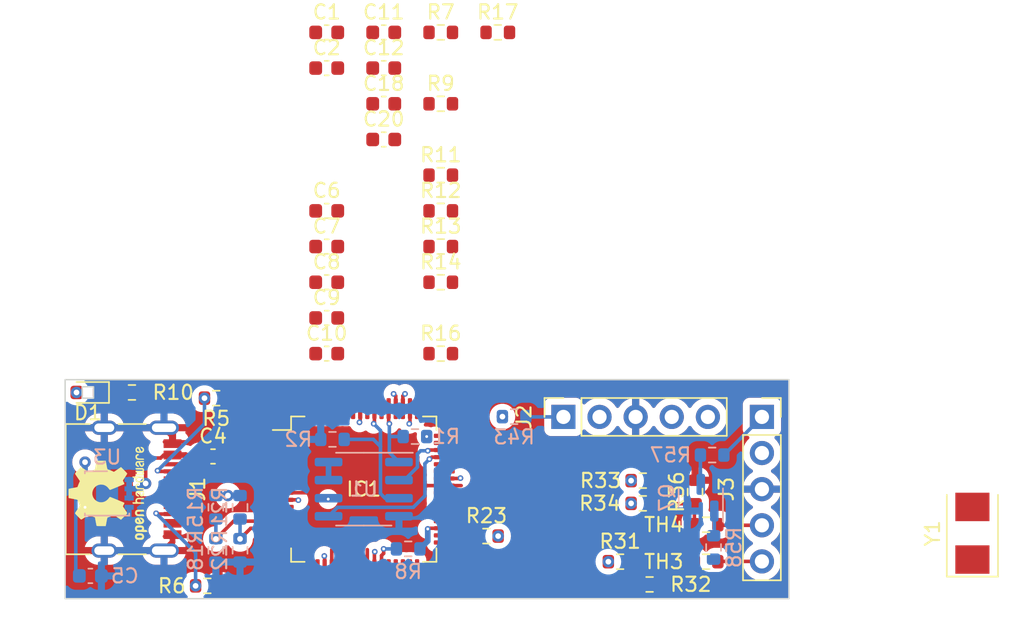
<source format=kicad_pcb>
(kicad_pcb (version 20221018) (generator pcbnew)
  (layers (0 "F.Cu" signal) (1 "In1.Cu" signal) (2 "In2.Cu" signal) (31 "B.Cu" signal) (34 "B.Paste" user) (35 "F.Paste" user) (36 "B.SilkS" user "B.Silkscreen") (37 "F.SilkS" user "F.Silkscreen") (38 "B.Mask" user) (39 "F.Mask" user) (44 "Edge.Cuts" user))
  (net 0 "")
  (net 2 "D-")
  (net 3 "D+")
  (net 11 "MICRO_PGC")
  (net 15 "UTIL_CS1")
  (net 17 "UTIL_WP1")
  (net 18 "Net-(IC1-VCAP{slash}VDDCORE)")
  (net 19 "+3.3V")
  (net 25 "VBUS")
  (net 26 "Net-(J1-CC1)")
  (net 28 "Net-(J1-CC2)")
  (net 30 "UTIL_MOSI")
  (net 31 "UTIL_MISO")
  (net 32 "UTIL_SCLK")
  (net 34 "VPP_GND")
  (net 35 "MICRO_PGD")
  (net 39 "Net-(IC1-~{MCLR})")
  (net 41 "Net-(IC1-PMD3{slash}CN61{slash}RE3)")
  (net 42 "VPP_FBACK")
  (net 43 "VDD_FBACK")
  (net 44 "Net-(IC1-PMD4{slash}CN62{slash}RE4)")
  (net 45 "MCLR")
  (net 46 "Net-(U3-Cdelay)")
  (net 47 "Net-(D1-K)")
  (net 48 "MICRO_~{MCLR}")
  (net 49 "POWER_GOOD")
  (net 50 "VBUS_DEVICE")
  (net 51 "Net-(R31-Pad2)")
  (net 52 "Net-(R33-Pad2)")
  (net 54 "/VREF_2.5V")
  (net 56 "DBG_TX1")
  (net 57 "DBG_RX1")
  (net 60 "SCLK")
  (net 61 "ICSP_CLK")
  (net 62 "MISO")
  (net 63 "MOSI")
  (net 64 "ICSP_DAT")
  (net 65 "Net-(Q7-C)")
  (net 66 "Net-(Q7-B)")
  (net 67 "GND")
  (net 68 "/XOSC_-")
  (net 69 "/XOSC_+")
  (footprint "Connector_PinSocket_2.54mm:PinSocket_1x05_P2.54mm_Vertical" (layer "F.Cu") (at 193.2 73.62)
    (fp_text reference "J3" (at -2.5 5.08 90) (layer "F.SilkS"))
    (fp_text value "Conn_01x05")
    (pad "1" thru_hole rect (at 0 0) (size 1.7 1.7) (drill 1) (layers "*.Cu" "*.Mask") (net 45 "MCLR"))
    (pad "2" thru_hole oval (at 0 2.54) (size 1.7 1.7) (drill 1) (layers "*.Cu" "*.Mask") (net 19 "+3.3V"))
    (pad "3" thru_hole oval (at 0 5.08) (size 1.7 1.7) (drill 1) (layers "*.Cu" "*.Mask") (net 67 "GND"))
    (pad "4" thru_hole oval (at 0 7.62) (size 1.7 1.7) (drill 1) (layers "*.Cu" "*.Mask") (net 64 "ICSP_DAT"))
    (pad "5" thru_hole oval (at 0 10.16) (size 1.7 1.7) (drill 1) (layers "*.Cu" "*.Mask") (net 61 "ICSP_CLK"))
  )
  (footprint "Resistor_SMD:R_0603_1608Metric" (layer "F.Cu") (at 188.5 78.9 -90)
    (fp_text reference "R36" (at 0 1.3 90) (layer "F.SilkS"))
    (fp_text value "4.7k")
    (pad "1" smd roundrect (at -0.825 0 270) (size 0.8 0.95) (layers "F.Cu" "F.Paste" "F.Mask") (net 67 "GND"))
    (pad "2" smd roundrect (at 0.825 0 270) (size 0.8 0.95) (layers "F.Cu" "F.Paste" "F.Mask") (net 52 "Net-(R33-Pad2)"))
  )
  (footprint "Capacitor_SMD:C_0603_1608Metric" (layer "F.Cu") (at 162.595 59.13)
    (fp_text reference "C6" (at 0 -1.43) (layer "F.SilkS"))
    (fp_text value "0.1uF")
    (pad "1" smd roundrect (at -0.775 0) (size 0.9 0.95) (layers "F.Cu" "F.Paste" "F.Mask") (net 19 "+3.3V"))
    (pad "2" smd roundrect (at 0.775 0) (size 0.9 0.95) (layers "F.Cu" "F.Paste" "F.Mask") (net 67 "GND"))
  )
  (footprint "Resistor_SMD:R_0603_1608Metric" (layer "F.Cu") (at 184.825 79.7)
    (fp_text reference "R34" (at -3.025 0) (layer "F.SilkS"))
    (fp_text value "330")
    (pad "1" smd roundrect (at -0.825 0) (size 0.8 0.95) (layers "F.Cu" "F.Paste" "F.Mask") (net 63 "MOSI"))
    (pad "2" smd roundrect (at 0.825 0) (size 0.8 0.95) (layers "F.Cu" "F.Paste" "F.Mask") (net 52 "Net-(R33-Pad2)"))
  )
  (footprint "Capacitor_SMD:C_0603_1608Metric" (layer "F.Cu") (at 162.595 66.66)
    (fp_text reference "C9" (at 0 -1.43) (layer "F.SilkS"))
    (fp_text value "22pF")
    (pad "1" smd roundrect (at -0.775 0) (size 0.9 0.95) (layers "F.Cu" "F.Paste" "F.Mask") (net 69 "/XOSC_+"))
    (pad "2" smd roundrect (at 0.775 0) (size 0.9 0.95) (layers "F.Cu" "F.Paste" "F.Mask") (net 67 "GND"))
  )
  (footprint "Connector_PinSocket_2.54mm:PinSocket_1x05_P2.54mm_Vertical" (layer "F.Cu") (at 179.24 73.62 90)
    (fp_text reference "J2" (at 0 -2.77 90) (layer "F.SilkS"))
    (fp_text value "Conn_01x05")
    (pad "1" thru_hole rect (at 0 0 90) (size 1.7 1.7) (drill 1) (layers "*.Cu" "*.Mask") (net 48 "MICRO_~{MCLR}"))
    (pad "2" thru_hole oval (at 0 2.54 90) (size 1.7 1.7) (drill 1) (layers "*.Cu" "*.Mask") (net 19 "+3.3V"))
    (pad "3" thru_hole oval (at 0 5.08 90) (size 1.7 1.7) (drill 1) (layers "*.Cu" "*.Mask") (net 67 "GND"))
    (pad "4" thru_hole oval (at 0 7.62 90) (size 1.7 1.7) (drill 1) (layers "*.Cu" "*.Mask") (net 35 "MICRO_PGD"))
    (pad "5" thru_hole oval (at 0 10.16 90) (size 1.7 1.7) (drill 1) (layers "*.Cu" "*.Mask") (net 11 "MICRO_PGC"))
  )
  (footprint "Resistor_SMD:R_0603_1608Metric" (layer "F.Cu") (at 170.615 51.6)
    (fp_text reference "R9" (at 0 -1.43) (layer "F.SilkS"))
    (fp_text value "2.2k")
    (pad "1" smd roundrect (at -0.825 0) (size 0.8 0.95) (layers "F.Cu" "F.Paste" "F.Mask") (net 19 "+3.3V"))
    (pad "2" smd roundrect (at 0.825 0) (size 0.8 0.95) (layers "F.Cu" "F.Paste" "F.Mask") (net 67 "GND"))
  )
  (footprint "Capacitor_SMD:C_0603_1608Metric" (layer "F.Cu") (at 162.595 61.64)
    (fp_text reference "C7" (at 0 -1.43) (layer "F.SilkS"))
    (fp_text value "2.2uF")
    (pad "1" smd roundrect (at -0.775 0) (size 0.9 0.95) (layers "F.Cu" "F.Paste" "F.Mask") (net 19 "+3.3V"))
    (pad "2" smd roundrect (at 0.775 0) (size 0.9 0.95) (layers "F.Cu" "F.Paste" "F.Mask") (net 67 "GND"))
  )
  (footprint "Resistor_SMD:R_0603_1608Metric" (layer "F.Cu") (at 189.275 81.2 180)
    (fp_text reference "TH4" (at 2.975 0) (layer "F.SilkS"))
    (fp_text value "MICROSMD005F")
    (pad "1" smd roundrect (at -0.825 0 180) (size 0.8 0.95) (layers "F.Cu" "F.Paste" "F.Mask") (net 64 "ICSP_DAT"))
    (pad "2" smd roundrect (at 0.825 0 180) (size 0.8 0.95) (layers "F.Cu" "F.Paste" "F.Mask") (net 52 "Net-(R33-Pad2)"))
  )
  (footprint "Resistor_SMD:R_0603_1608Metric" (layer "F.Cu") (at 148.9 71.9)
    (fp_text reference "R10" (at 2.9 0) (layer "F.SilkS"))
    (fp_text value "330")
    (pad "1" smd roundrect (at -0.825 0) (size 0.8 0.95) (layers "F.Cu" "F.Paste" "F.Mask") (net 47 "Net-(D1-K)"))
    (pad "2" smd roundrect (at 0.825 0) (size 0.8 0.95) (layers "F.Cu" "F.Paste" "F.Mask") (net 67 "GND"))
  )
  (footprint "Resistor_SMD:R_0603_1608Metric" (layer "F.Cu") (at 173.825 82)
    (fp_text reference "R23" (at 0 -1.43) (layer "F.SilkS"))
    (fp_text value "100")
    (pad "1" smd roundrect (at -0.825 0) (size 0.8 0.95) (layers "F.Cu" "F.Paste" "F.Mask") (net 50 "VBUS_DEVICE"))
    (pad "2" smd roundrect (at 0.825 0) (size 0.8 0.95) (layers "F.Cu" "F.Paste" "F.Mask") (net 25 "VBUS"))
  )
  (footprint "Symbol:OSHW-Logo2_7.3x6mm_SilkScreen" (layer "F.Cu") (at 147.2 79 90)
    (fp_text reference "REF**" hide)
    (fp_text value "OSHW-Logo2_7.3x6mm_SilkScreen" hide)
  )
  (footprint "Capacitor_SMD:C_0603_1608Metric" (layer "F.Cu") (at 162.595 46.58)
    (fp_text reference "C1" (at 0 -1.43) (layer "F.SilkS"))
    (fp_text value "10uF")
    (pad "1" smd roundrect (at -0.775 0) (size 0.9 0.95) (layers "F.Cu" "F.Paste" "F.Mask") (net 18 "Net-(IC1-VCAP{slash}VDDCORE)"))
    (pad "2" smd roundrect (at 0.775 0) (size 0.9 0.95) (layers "F.Cu" "F.Paste" "F.Mask") (net 67 "GND"))
  )
  (footprint "Resistor_SMD:R_0603_1608Metric" (layer "F.Cu") (at 170.615 61.64)
    (fp_text reference "R13" (at 0 -1.43) (layer "F.SilkS"))
    (fp_text value "100k")
    (pad "1" smd roundrect (at -0.825 0) (size 0.8 0.95) (layers "F.Cu" "F.Paste" "F.Mask") (net 19 "+3.3V"))
    (pad "2" smd roundrect (at 0.825 0) (size 0.8 0.95) (layers "F.Cu" "F.Paste" "F.Mask") (net 44 "Net-(IC1-PMD4{slash}CN62{slash}RE4)"))
  )
  (footprint "Capacitor_SMD:C_0603_1608Metric" (layer "F.Cu") (at 162.595 64.15)
    (fp_text reference "C8" (at 0 -1.43) (layer "F.SilkS"))
    (fp_text value "10nF")
    (pad "1" smd roundrect (at -0.775 0) (size 0.9 0.95) (layers "F.Cu" "F.Paste" "F.Mask") (net 19 "+3.3V"))
    (pad "2" smd roundrect (at 0.775 0) (size 0.9 0.95) (layers "F.Cu" "F.Paste" "F.Mask") (net 67 "GND"))
  )
  (footprint "Resistor_SMD:R_0603_1608Metric" (layer "F.Cu") (at 170.615 69.17)
    (fp_text reference "R16" (at 0 -1.43) (layer "F.SilkS"))
    (fp_text value "200k")
    (pad "1" smd roundrect (at -0.825 0) (size 0.8 0.95) (layers "F.Cu" "F.Paste" "F.Mask") (net 19 "+3.3V"))
    (pad "2" smd roundrect (at 0.825 0) (size 0.8 0.95) (layers "F.Cu" "F.Paste" "F.Mask") (net 56 "DBG_TX1"))
  )
  (footprint "Resistor_SMD:R_0603_1608Metric" (layer "F.Cu") (at 174.625 46.58)
    (fp_text reference "R17" (at 0 -1.43) (layer "F.SilkS"))
    (fp_text value "200k")
    (pad "1" smd roundrect (at -0.825 0) (size 0.8 0.95) (layers "F.Cu" "F.Paste" "F.Mask") (net 19 "+3.3V"))
    (pad "2" smd roundrect (at 0.825 0) (size 0.8 0.95) (layers "F.Cu" "F.Paste" "F.Mask") (net 57 "DBG_RX1"))
  )
  (footprint "Resistor_SMD:R_0603_1608Metric" (layer "F.Cu") (at 184.825 78.1)
    (fp_text reference "R33" (at -2.975 0) (layer "F.SilkS"))
    (fp_text value "330")
    (pad "1" smd roundrect (at -0.825 0) (size 0.8 0.95) (layers "F.Cu" "F.Paste" "F.Mask") (net 62 "MISO"))
    (pad "2" smd roundrect (at 0.825 0) (size 0.8 0.95) (layers "F.Cu" "F.Paste" "F.Mask") (net 52 "Net-(R33-Pad2)"))
  )
  (footprint "Capacitor_SMD:C_0603_1608Metric" (layer "F.Cu") (at 166.605 54.11)
    (fp_text reference "C20" (at 0 -1.43) (layer "F.SilkS"))
    (fp_text value "0.1uF")
    (pad "1" smd roundrect (at -0.775 0) (size 0.9 0.95) (layers "F.Cu" "F.Paste" "F.Mask") (net 19 "+3.3V"))
    (pad "2" smd roundrect (at 0.775 0) (size 0.9 0.95) (layers "F.Cu" "F.Paste" "F.Mask") (net 67 "GND"))
  )
  (footprint "Capacitor_SMD:C_0603_1608Metric" (layer "F.Cu") (at 166.605 51.6)
    (fp_text reference "C18" (at 0 -1.43) (layer "F.SilkS"))
    (fp_text value "0.1uF")
    (pad "1" smd roundrect (at -0.775 0) (size 0.9 0.95) (layers "F.Cu" "F.Paste" "F.Mask") (net 19 "+3.3V"))
    (pad "2" smd roundrect (at 0.775 0) (size 0.9 0.95) (layers "F.Cu" "F.Paste" "F.Mask") (net 67 "GND"))
  )
  (footprint "Resistor_SMD:R_0603_1608Metric" (layer "F.Cu") (at 170.615 56.62)
    (fp_text reference "R11" (at 0 -1.43) (layer "F.SilkS"))
    (fp_text value "1k")
    (pad "1" smd roundrect (at -0.825 0) (size 0.8 0.95) (layers "F.Cu" "F.Paste" "F.Mask") (net 19 "+3.3V"))
    (pad "2" smd roundrect (at 0.825 0) (size 0.8 0.95) (layers "F.Cu" "F.Paste" "F.Mask") (net 54 "/VREF_2.5V"))
  )
  (footprint "Resistor_SMD:R_0603_1608Metric" (layer "F.Cu") (at 189.275 83.8 180)
    (fp_text reference "TH3" (at 2.975 0) (layer "F.SilkS"))
    (fp_text value "MICROSMD005F")
    (pad "1" smd roundrect (at -0.825 0 180) (size 0.8 0.95) (layers "F.Cu" "F.Paste" "F.Mask") (net 61 "ICSP_CLK"))
    (pad "2" smd roundrect (at 0.825 0 180) (size 0.8 0.95) (layers "F.Cu" "F.Paste" "F.Mask") (net 51 "Net-(R31-Pad2)"))
  )
  (footprint "LED_SMD:LED_0603_1608Metric" (layer "F.Cu") (at 145.8 71.9 180)
    (fp_text reference "D1" (at 0 -1.43) (layer "F.SilkS"))
    (fp_text value "GREEN")
    (pad "1" smd roundrect (at -0.7875 0 180) (size 0.875 0.95) (layers "F.Cu" "F.Paste" "F.Mask") (net 47 "Net-(D1-K)"))
    (pad "2" smd roundrect (at 0.7875 0 180) (size 0.875 0.95) (layers "F.Cu" "F.Paste" "F.Mask") (net 19 "+3.3V"))
  )
  (footprint "Resistor_SMD:R_0603_1608Metric" (layer "F.Cu") (at 170.615 59.13)
    (fp_text reference "R12" (at 0 -1.43) (layer "F.SilkS"))
    (fp_text value "3.16k")
    (pad "1" smd roundrect (at -0.825 0) (size 0.8 0.95) (layers "F.Cu" "F.Paste" "F.Mask") (net 54 "/VREF_2.5V"))
    (pad "2" smd roundrect (at 0.825 0) (size 0.8 0.95) (layers "F.Cu" "F.Paste" "F.Mask") (net 67 "GND"))
  )
  (footprint "Package_QFP:TQFP-64_10x10mm_P0.5mm" (layer "F.Cu") (at 165.2 78.7)
    (fp_text reference "IC1" (at 0 0) (layer "F.SilkS"))
    (fp_text value "PIC24FJ256GB106-I_PT")
    (pad "1" smd roundrect (at -5.6625 -3.75) (size 1.475 0.3) (layers "F.Cu" "F.Paste" "F.Mask"))
    (pad "2" smd roundrect (at -5.6625 -3.25) (size 1.475 0.3) (layers "F.Cu" "F.Paste" "F.Mask") (net 34 "VPP_GND"))
    (pad "3" smd roundrect (at -5.6625 -2.75) (size 1.475 0.3) (layers "F.Cu" "F.Paste" "F.Mask"))
    (pad "4" smd roundrect (at -5.6625 -2.25) (size 1.475 0.3) (layers "F.Cu" "F.Paste" "F.Mask"))
    (pad "5" smd roundrect (at -5.6625 -1.75) (size 1.475 0.3) (layers "F.Cu" "F.Paste" "F.Mask"))
    (pad "6" smd roundrect (at -5.6625 -1.25) (size 1.475 0.3) (layers "F.Cu" "F.Paste" "F.Mask"))
    (pad "7" smd roundrect (at -5.6625 -0.75) (size 1.475 0.3) (layers "F.Cu" "F.Paste" "F.Mask") (net 39 "Net-(IC1-~{MCLR})"))
    (pad "8" smd roundrect (at -5.6625 -0.25) (size 1.475 0.3) (layers "F.Cu" "F.Paste" "F.Mask"))
    (pad "9" smd roundrect (at -5.6625 0.25) (size 1.475 0.3) (layers "F.Cu" "F.Paste" "F.Mask") (net 67 "GND"))
    (pad "10" smd roundrect (at -5.6625 0.75) (size 1.475 0.3) (layers "F.Cu" "F.Paste" "F.Mask") (net 19 "+3.3V"))
    (pad "11" smd roundrect (at -5.6625 1.25) (size 1.475 0.3) (layers "F.Cu" "F.Paste" "F.Mask"))
    (pad "12" smd roundrect (at -5.6625 1.75) (size 1.475 0.3) (layers "F.Cu" "F.Paste" "F.Mask"))
    (pad "13" smd roundrect (at -5.6625 2.25) (size 1.475 0.3) (layers "F.Cu" "F.Paste" "F.Mask") (net 42 "VPP_FBACK"))
    (pad "14" smd roundrect (at -5.6625 2.75) (size 1.475 0.3) (layers "F.Cu" "F.Paste" "F.Mask") (net 43 "VDD_FBACK"))
    (pad "15" smd roundrect (at -5.6625 3.25) (size 1.475 0.3) (layers "F.Cu" "F.Paste" "F.Mask"))
    (pad "16" smd roundrect (at -5.6625 3.75) (size 1.475 0.3) (layers "F.Cu" "F.Paste" "F.Mask") (net 54 "/VREF_2.5V"))
    (pad "17" smd roundrect (at -3.75 5.6625) (size 0.3 1.475) (layers "F.Cu" "F.Paste" "F.Mask") (net 11 "MICRO_PGC"))
    (pad "18" smd roundrect (at -3.25 5.6625) (size 0.3 1.475) (layers "F.Cu" "F.Paste" "F.Mask") (net 35 "MICRO_PGD"))
    (pad "19" smd roundrect (at -2.75 5.6625) (size 0.3 1.475) (layers "F.Cu" "F.Paste" "F.Mask") (net 19 "+3.3V"))
    (pad "20" smd roundrect (at -2.25 5.6625) (size 0.3 1.475) (layers "F.Cu" "F.Paste" "F.Mask") (net 67 "GND"))
    (pad "21" smd roundrect (at -1.75 5.6625) (size 0.3 1.475) (layers "F.Cu" "F.Paste" "F.Mask"))
    (pad "22" smd roundrect (at -1.25 5.6625) (size 0.3 1.475) (layers "F.Cu" "F.Paste" "F.Mask"))
    (pad "23" smd roundrect (at -0.75 5.6625) (size 0.3 1.475) (layers "F.Cu" "F.Paste" "F.Mask"))
    (pad "24" smd roundrect (at -0.25 5.6625) (size 0.3 1.475) (layers "F.Cu" "F.Paste" "F.Mask"))
    (pad "25" smd roundrect (at 0.25 5.6625) (size 0.3 1.475) (layers "F.Cu" "F.Paste" "F.Mask") (net 67 "GND"))
    (pad "26" smd roundrect (at 0.75 5.6625) (size 0.3 1.475) (layers "F.Cu" "F.Paste" "F.Mask") (net 19 "+3.3V"))
    (pad "27" smd roundrect (at 1.25 5.6625) (size 0.3 1.475) (layers "F.Cu" "F.Paste" "F.Mask") (net 49 "POWER_GOOD"))
    (pad "28" smd roundrect (at 1.75 5.6625) (size 0.3 1.475) (layers "F.Cu" "F.Paste" "F.Mask"))
    (pad "29" smd roundrect (at 2.25 5.6625) (size 0.3 1.475) (layers "F.Cu" "F.Paste" "F.Mask"))
    (pad "30" smd roundrect (at 2.75 5.6625) (size 0.3 1.475) (layers "F.Cu" "F.Paste" "F.Mask"))
    (pad "31" smd roundrect (at 3.25 5.6625) (size 0.3 1.475) (layers "F.Cu" "F.Paste" "F.Mask") (net 56 "DBG_TX1"))
    (pad "32" smd roundrect (at 3.75 5.6625) (size 0.3 1.475) (layers "F.Cu" "F.Paste" "F.Mask") (net 57 "DBG_RX1"))
    (pad "33" smd roundrect (at 5.6625 3.75) (size 1.475 0.3) (layers "F.Cu" "F.Paste" "F.Mask"))
    (pad "34" smd roundrect (at 5.6625 3.25) (size 1.475 0.3) (layers "F.Cu" "F.Paste" "F.Mask") (net 50 "VBUS_DEVICE"))
    (pad "35" smd roundrect (at 5.6625 2.75) (size 1.475 0.3) (layers "F.Cu" "F.Paste" "F.Mask") (net 19 "+3.3V"))
    (pad "36" smd roundrect (at 5.6625 2.25) (size 1.475 0.3) (layers "F.Cu" "F.Paste" "F.Mask") (net 2 "D-"))
    (pad "37" smd roundrect (at 5.6625 1.75) (size 1.475 0.3) (layers "F.Cu" "F.Paste" "F.Mask") (net 3 "D+"))
    (pad "38" smd roundrect (at 5.6625 1.25) (size 1.475 0.3) (layers "F.Cu" "F.Paste" "F.Mask") (net 19 "+3.3V"))
    (pad "39" smd roundrect (at 5.6625 0.75) (size 1.475 0.3) (layers "F.Cu" "F.Paste" "F.Mask") (net 68 "/XOSC_-"))
    (pad "40" smd roundrect (at 5.6625 0.25) (size 1.475 0.3) (layers "F.Cu" "F.Paste" "F.Mask") (net 69 "/XOSC_+"))
    (pad "41" smd roundrect (at 5.6625 -0.25) (size 1.475 0.3) (layers "F.Cu" "F.Paste" "F.Mask") (net 67 "GND"))
    (pad "42" smd roundrect (at 5.6625 -0.75) (size 1.475 0.3) (layers "F.Cu" "F.Paste" "F.Mask") (net 32 "UTIL_SCLK"))
    (pad "43" smd roundrect (at 5.6625 -1.25) (size 1.475 0.3) (layers "F.Cu" "F.Paste" "F.Mask"))
    (pad "44" smd roundrect (at 5.6625 -1.75) (size 1.475 0.3) (layers "F.Cu" "F.Paste" "F.Mask"))
    (pad "45" smd roundrect (at 5.6625 -2.25) (size 1.475 0.3) (layers "F.Cu" "F.Paste" "F.Mask") (net 31 "UTIL_MISO"))
    (pad "46" smd roundrect (at 5.6625 -2.75) (size 1.475 0.3) (layers "F.Cu" "F.Paste" "F.Mask") (net 30 "UTIL_MOSI"))
    (pad "47" smd roundrect (at 5.6625 -3.25) (size 1.475 0.3) (layers "F.Cu" "F.Paste" "F.Mask") (net 67 "GND"))
    (pad "48" smd roundrect (at 5.6625 -3.75) (size 1.475 0.3) (layers "F.Cu" "F.Paste" "F.Mask") (net 67 "GND"))
    (pad "49" smd roundrect (at 3.75 -5.6625) (size 0.3 1.475) (layers "F.Cu" "F.Paste" "F.Mask"))
    (pad "50" smd roundrect (at 3.25 -5.6625) (size 0.3 1.475) (layers "F.Cu" "F.Paste" "F.Mask") (net 60 "SCLK"))
    (pad "51" smd roundrect (at 2.75 -5.6625) (size 0.3 1.475) (layers "F.Cu" "F.Paste" "F.Mask") (net 62 "MISO"))
    (pad "52" smd roundrect (at 2.25 -5.6625) (size 0.3 1.475) (layers "F.Cu" "F.Paste" "F.Mask") (net 63 "MOSI"))
    (pad "53" smd roundrect (at 1.75 -5.6625) (size 0.3 1.475) (layers "F.Cu" "F.Paste" "F.Mask") (net 15 "UTIL_CS1"))
    (pad "54" smd roundrect (at 1.25 -5.6625) (size 0.3 1.475) (layers "F.Cu" "F.Paste" "F.Mask"))
    (pad "55" smd roundrect (at 0.75 -5.6625) (size 0.3 1.475) (layers "F.Cu" "F.Paste" "F.Mask") (net 17 "UTIL_WP1"))
    (pad "56" smd roundrect (at 0.25 -5.6625) (size 0.3 1.475) (layers "F.Cu" "F.Paste" "F.Mask") (net 18 "Net-(IC1-VCAP{slash}VDDCORE)"))
    (pad "57" smd roundrect (at -0.25 -5.6625) (size 0.3 1.475) (layers "F.Cu" "F.Paste" "F.Mask") (net 19 "+3.3V"))
    (pad "58" smd roundrect (at -0.75 -5.6625) (size 0.3 1.475) (layers "F.Cu" "F.Paste" "F.Mask"))
    (pad "59" smd roundrect (at -1.25 -5.6625) (size 0.3 1.475) (layers "F.Cu" "F.Paste" "F.Mask"))
    (pad "60" smd roundrect (at -1.75 -5.6625) (size 0.3 1.475) (layers "F.Cu" "F.Paste" "F.Mask"))
    (pad "61" smd roundrect (at -2.25 -5.6625) (size 0.3 1.475) (layers "F.Cu" "F.Paste" "F.Mask"))
    (pad "62" smd roundrect (at -2.75 -5.6625) (size 0.3 1.475) (layers "F.Cu" "F.Paste" "F.Mask"))
    (pad "63" smd roundrect (at -3.25 -5.6625) (size 0.3 1.475) (layers "F.Cu" "F.Paste" "F.Mask") (net 41 "Net-(IC1-PMD3{slash}CN61{slash}RE3)"))
    (pad "64" smd roundrect (at -3.75 -5.6625) (size 0.3 1.475) (layers "F.Cu" "F.Paste" "F.Mask") (net 44 "Net-(IC1-PMD4{slash}CN62{slash}RE4)"))
  )
  (footprint "Capacitor_SMD:C_0603_1608Metric" (layer "F.Cu") (at 154.6 76.4)
    (fp_text reference "C4" (at 0 -1.43) (layer "F.SilkS"))
    (fp_text value "2.2uF")
    (pad "1" smd roundrect (at -0.775 0) (size 0.9 0.95) (layers "F.Cu" "F.Paste" "F.Mask") (net 25 "VBUS"))
    (pad "2" smd roundrect (at 0.775 0) (size 0.9 0.95) (layers "F.Cu" "F.Paste" "F.Mask") (net 67 "GND"))
  )
  (footprint "Resistor_SMD:R_0603_1608Metric" (layer "F.Cu") (at 154.825 72.3 180)
    (fp_text reference "R5" (at 0 -1.43) (layer "F.SilkS"))
    (fp_text value "5.1k")
    (pad "1" smd roundrect (at -0.825 0 180) (size 0.8 0.95) (layers "F.Cu" "F.Paste" "F.Mask") (net 67 "GND"))
    (pad "2" smd roundrect (at 0.825 0 180) (size 0.8 0.95) (layers "F.Cu" "F.Paste" "F.Mask") (net 26 "Net-(J1-CC1)"))
  )
  (footprint "Resistor_SMD:R_0603_1608Metric" (layer "F.Cu") (at 183.225 83.8)
    (fp_text reference "R31" (at 0 -1.43) (layer "F.SilkS"))
    (fp_text value "330")
    (pad "1" smd roundrect (at -0.825 0) (size 0.8 0.95) (layers "F.Cu" "F.Paste" "F.Mask") (net 60 "SCLK"))
    (pad "2" smd roundrect (at 0.825 0) (size 0.8 0.95) (layers "F.Cu" "F.Paste" "F.Mask") (net 51 "Net-(R31-Pad2)"))
  )
  (footprint "Capacitor_SMD:C_0603_1608Metric" (layer "F.Cu") (at 166.605 46.58)
    (fp_text reference "C11" (at 0 -1.43) (layer "F.SilkS"))
    (fp_text value "1uF")
    (pad "1" smd roundrect (at -0.775 0) (size 0.9 0.95) (layers "F.Cu" "F.Paste" "F.Mask") (net 19 "+3.3V"))
    (pad "2" smd roundrect (at 0.775 0) (size 0.9 0.95) (layers "F.Cu" "F.Paste" "F.Mask") (net 67 "GND"))
  )
  (footprint "Capacitor_SMD:C_0603_1608Metric" (layer "F.Cu") (at 162.595 69.17)
    (fp_text reference "C10" (at 0 -1.43) (layer "F.SilkS"))
    (fp_text value "22pF")
    (pad "1" smd roundrect (at -0.775 0) (size 0.9 0.95) (layers "F.Cu" "F.Paste" "F.Mask") (net 68 "/XOSC_-"))
    (pad "2" smd roundrect (at 0.775 0) (size 0.9 0.95) (layers "F.Cu" "F.Paste" "F.Mask") (net 67 "GND"))
  )
  (footprint "Resistor_SMD:R_0603_1608Metric" (layer "F.Cu") (at 154.2 85.5)
    (fp_text reference "R6" (at -2.5 0) (layer "F.SilkS"))
    (fp_text value "5.1k")
    (pad "1" smd roundrect (at -0.825 0) (size 0.8 0.95) (layers "F.Cu" "F.Paste" "F.Mask") (net 28 "Net-(J1-CC2)"))
    (pad "2" smd roundrect (at 0.825 0) (size 0.8 0.95) (layers "F.Cu" "F.Paste" "F.Mask") (net 67 "GND"))
  )
  (footprint "Resistor_SMD:R_0603_1608Metric" (layer "F.Cu") (at 170.615 64.15)
    (fp_text reference "R14" (at 0 -1.43) (layer "F.SilkS"))
    (fp_text value "200k")
    (pad "1" smd roundrect (at -0.825 0) (size 0.8 0.95) (layers "F.Cu" "F.Paste" "F.Mask") (net 41 "Net-(IC1-PMD3{slash}CN61{slash}RE3)"))
    (pad "2" smd roundrect (at 0.825 0) (size 0.8 0.95) (layers "F.Cu" "F.Paste" "F.Mask") (net 67 "GND"))
  )
  (footprint "Connector_USB:USB_C_Receptacle_G-Switch_GT-USB-7010ASV" (layer "F.Cu") (at 148.0275 78.7 -90)
    (fp_text reference "J1" (at 0 -5.5 90) (layer "F.SilkS"))
    (fp_text value "USB_C_Receptacle_USB2.0")
    (pad "" np_thru_hole circle (at -2.89 -2.605 270) (size 0.65 0.65) (drill 0.65) (layers "*.Cu" "*.Mask"))
    (pad "" np_thru_hole circle (at 2.89 -2.605 270) (size 0.65 0.65) (drill 0.65) (layers "*.Cu" "*.Mask"))
    (pad "A1" smd rect (at -3.2 -3.725 270) (size 0.6 1.24) (layers "F.Cu" "F.Paste" "F.Mask") (net 67 "GND"))
    (pad "A4" smd rect (at -2.4 -3.725 270) (size 0.6 1.24) (layers "F.Cu" "F.Paste" "F.Mask") (net 25 "VBUS"))
    (pad "A5" smd rect (at -1.25 -3.725 270) (size 0.3 1.24) (layers "F.Cu" "F.Paste" "F.Mask") (net 26 "Net-(J1-CC1)"))
    (pad "A6" smd rect (at -0.25 -3.725 270) (size 0.3 1.24) (layers "F.Cu" "F.Paste" "F.Mask") (net 3 "D+"))
    (pad "A7" smd rect (at 0.25 -3.725 270) (size 0.3 1.24) (layers "F.Cu" "F.Paste" "F.Mask") (net 2 "D-"))
    (pad "A8" smd rect (at 1.25 -3.725 270) (size 0.3 1.24) (layers "F.Cu" "F.Paste" "F.Mask"))
    (pad "A9" smd rect (at 2.4 -3.725 270) (size 0.6 1.24) (layers "F.Cu" "F.Paste" "F.Mask") (net 25 "VBUS"))
    (pad "A12" smd rect (at 3.2 -3.725 270) (size 0.6 1.24) (layers "F.Cu" "F.Paste" "F.Mask") (net 67 "GND"))
    (pad "B1" smd rect (at 3.2 -3.725 270) (size 0.6 1.24) (layers "F.Cu" "F.Paste" "F.Mask") (net 67 "GND"))
    (pad "B4" smd rect (at 2.4 -3.725 270) (size 0.6 1.24) (layers "F.Cu" "F.Paste" "F.Mask") (net 25 "VBUS"))
    (pad "B5" smd rect (at 1.75 -3.725 270) (size 0.3 1.24) (layers "F.Cu" "F.Paste" "F.Mask") (net 28 "Net-(J1-CC2)"))
    (pad "B6" smd rect (at 0.75 -3.725 270) (size 0.3 1.24) (layers "F.Cu" "F.Paste" "F.Mask") (net 3 "D+"))
    (pad "B7" smd rect (at -0.75 -3.725 270) (size 0.3 1.24) (layers "F.Cu" "F.Paste" "F.Mask") (net 2 "D-"))
    (pad "B8" smd rect (at -1.75 -3.725 270) (size 0.3 1.24) (layers "F.Cu" "F.Paste" "F.Mask"))
    (pad "B9" smd rect (at -2.4 -3.725 270) (size 0.6 1.24) (layers "F.Cu" "F.Paste" "F.Mask") (net 25 "VBUS"))
    (pad "B12" smd rect (at -3.2 -3.725 270) (size 0.6 1.24) (layers "F.Cu" "F.Paste" "F.Mask") (net 67 "GND"))
    (pad "S1" thru_hole oval (at -4.32 -3.125 270) (size 1 2.1) (drill oval 0.6 1.7) (layers "*.Cu" "*.Mask") (net 67 "GND"))
    (pad "S1" thru_hole oval (at -4.32 1.075 270) (size 1 1.8) (drill oval 0.6 1.4) (layers "*.Cu" "*.Mask") (net 67 "GND"))
    (pad "S1" thru_hole oval (at 4.32 -3.125 270) (size 1 2.1) (drill oval 0.6 1.7) (layers "*.Cu" "*.Mask") (net 67 "GND"))
    (pad "S1" thru_hole oval (at 4.32 1.075 270) (size 1 1.8) (drill oval 0.6 1.4) (layers "*.Cu" "*.Mask") (net 67 "GND"))
  )
  (footprint "Capacitor_SMD:C_0603_1608Metric" (layer "F.Cu") (at 166.605 49.09)
    (fp_text reference "C12" (at 0 -1.43) (layer "F.SilkS"))
    (fp_text value "0.1uF")
    (pad "1" smd roundrect (at -0.775 0) (size 0.9 0.95) (layers "F.Cu" "F.Paste" "F.Mask") (net 19 "+3.3V"))
    (pad "2" smd roundrect (at 0.775 0) (size 0.9 0.95) (layers "F.Cu" "F.Paste" "F.Mask") (net 67 "GND"))
  )
  (footprint "Resistor_SMD:R_0603_1608Metric" (layer "F.Cu") (at 185.3 85.4 180)
    (fp_text reference "R32" (at -2.9 0) (layer "F.SilkS"))
    (fp_text value "4.7k")
    (pad "1" smd roundrect (at -0.825 0 180) (size 0.8 0.95) (layers "F.Cu" "F.Paste" "F.Mask") (net 67 "GND"))
    (pad "2" smd roundrect (at 0.825 0 180) (size 0.8 0.95) (layers "F.Cu" "F.Paste" "F.Mask") (net 51 "Net-(R31-Pad2)"))
  )
  (footprint "Resistor_SMD:R_0603_1608Metric" (layer "F.Cu") (at 170.615 46.58)
    (fp_text reference "R7" (at 0 -1.43) (layer "F.SilkS"))
    (fp_text value "330")
    (pad "1" smd roundrect (at -0.825 0) (size 0.8 0.95) (layers "F.Cu" "F.Paste" "F.Mask") (net 39 "Net-(IC1-~{MCLR})"))
    (pad "2" smd roundrect (at 0.825 0) (size 0.8 0.95) (layers "F.Cu" "F.Paste" "F.Mask") (net 48 "MICRO_~{MCLR}"))
  )
  (footprint "Capacitor_SMD:C_0603_1608Metric" (layer "F.Cu") (at 162.595 49.09)
    (fp_text reference "C2" (at 0 -1.43) (layer "F.SilkS"))
    (fp_text value "1uF")
    (pad "1" smd roundrect (at -0.775 0) (size 0.9 0.95) (layers "F.Cu" "F.Paste" "F.Mask") (net 19 "+3.3V"))
    (pad "2" smd roundrect (at 0.775 0) (size 0.9 0.95) (layers "F.Cu" "F.Paste" "F.Mask") (net 67 "GND"))
  )
  (footprint "Crystal:Crystal_SMD_5032-2Pin_5.0x3.2mm" (layer "F.Cu") (at 208 81.8 90)
    (fp_text reference "Y1" (at 0 -2.8 90) (layer "F.SilkS"))
    (fp_text value "12MHz")
    (pad "1" smd rect (at -1.85 0 90) (size 2 2.4) (layers "F.Cu" "F.Paste" "F.Mask") (net 68 "/XOSC_-"))
    (pad "2" smd rect (at 1.85 0 90) (size 2 2.4) (layers "F.Cu" "F.Paste" "F.Mask") (net 69 "/XOSC_+"))
  )
  (footprint "Resistor_SMD:R_0603_1608Metric" (layer "B.Cu") (at 156.5 79.975 -90)
    (fp_text reference "R21" (at 0 1.43 90) (layer "B.SilkS") (effects (justify mirror)))
    (fp_text value "3.92k")
    (pad "1" smd roundrect (at -0.825 0 270) (size 0.8 0.95) (layers "B.Cu" "B.Paste" "B.Mask") (net 19 "+3.3V"))
    (pad "2" smd roundrect (at 0.825 0 270) (size 0.8 0.95) (layers "B.Cu" "B.Paste" "B.Mask") (net 43 "VDD_FBACK"))
  )
  (footprint "Resistor_SMD:R_0603_1608Metric" (layer "B.Cu") (at 175.775 73.6)
    (fp_text reference "R43" (at 0 1.43) (layer "B.SilkS") (effects (justify mirror)))
    (fp_text value "10k")
    (pad "1" smd roundrect (at -0.825 0) (size 0.8 0.95) (layers "B.Cu" "B.Paste" "B.Mask") (net 19 "+3.3V"))
    (pad "2" smd roundrect (at 0.825 0) (size 0.8 0.95) (layers "B.Cu" "B.Paste" "B.Mask") (net 48 "MICRO_~{MCLR}"))
  )
  (footprint "Resistor_SMD:R_0603_1608Metric" (layer "B.Cu") (at 189.7 76.3 180)
    (fp_text reference "R57" (at 2.925 0) (layer "B.SilkS") (effects (justify mirror)))
    (fp_text value "100k")
    (pad "1" smd roundrect (at -0.825 0 180) (size 0.8 0.95) (layers "B.Cu" "B.Paste" "B.Mask") (net 45 "MCLR"))
    (pad "2" smd roundrect (at 0.825 0 180) (size 0.8 0.95) (layers "B.Cu" "B.Paste" "B.Mask") (net 65 "Net-(Q7-C)"))
  )
  (footprint "Resistor_SMD:R_0603_1608Metric" (layer "B.Cu") (at 154.8 83 -90)
    (fp_text reference "R18" (at 0 1.43 90) (layer "B.SilkS") (effects (justify mirror)))
    (fp_text value "2.21k")
    (pad "1" smd roundrect (at -0.825 0 270) (size 0.8 0.95) (layers "B.Cu" "B.Paste" "B.Mask") (net 42 "VPP_FBACK"))
    (pad "2" smd roundrect (at 0.825 0 270) (size 0.8 0.95) (layers "B.Cu" "B.Paste" "B.Mask") (net 67 "GND"))
  )
  (footprint "Package_TO_SOT_SMD:SOT-23" (layer "B.Cu") (at 188.9 79.3 90)
    (fp_text reference "Q7" (at 0 -2.4 90) (layer "B.SilkS") (effects (justify mirror)))
    (fp_text value "MMBT3904")
    (pad "1" smd roundrect (at -0.9375 0.95 90) (size 1.475 0.6) (layers "B.Cu" "B.Paste" "B.Mask") (net 66 "Net-(Q7-B)"))
    (pad "2" smd roundrect (at -0.9375 -0.95 90) (size 1.475 0.6) (layers "B.Cu" "B.Paste" "B.Mask") (net 67 "GND"))
    (pad "3" smd roundrect (at 0.9375 0 90) (size 1.475 0.6) (layers "B.Cu" "B.Paste" "B.Mask") (net 65 "Net-(Q7-C)"))
  )
  (footprint "Resistor_SMD:R_0603_1608Metric" (layer "B.Cu") (at 168.8 75)
    (fp_text reference "R1" (at 2.2 0) (layer "B.SilkS") (effects (justify mirror)))
    (fp_text value "10k")
    (pad "1" smd roundrect (at -0.825 0) (size 0.8 0.95) (layers "B.Cu" "B.Paste" "B.Mask") (net 15 "UTIL_CS1"))
    (pad "2" smd roundrect (at 0.825 0) (size 0.8 0.95) (layers "B.Cu" "B.Paste" "B.Mask") (net 19 "+3.3V"))
  )
  (footprint "Resistor_SMD:R_0603_1608Metric" (layer "B.Cu") (at 154.8 79.975 -90)
    (fp_text reference "R15" (at 0 1.43 90) (layer "B.SilkS") (effects (justify mirror)))
    (fp_text value "10k")
    (pad "1" smd roundrect (at -0.825 0 270) (size 0.8 0.95) (layers "B.Cu" "B.Paste" "B.Mask") (net 19 "+3.3V"))
    (pad "2" smd roundrect (at 0.825 0 270) (size 0.8 0.95) (layers "B.Cu" "B.Paste" "B.Mask") (net 42 "VPP_FBACK"))
  )
  (footprint "Resistor_SMD:R_0603_1608Metric" (layer "B.Cu") (at 168.325 82.9 180)
    (fp_text reference "R8" (at 0 -1.6) (layer "B.SilkS") (effects (justify mirror)))
    (fp_text value "200k")
    (pad "1" smd roundrect (at -0.825 0 180) (size 0.8 0.95) (layers "B.Cu" "B.Paste" "B.Mask") (net 19 "+3.3V"))
    (pad "2" smd roundrect (at 0.825 0 180) (size 0.8 0.95) (layers "B.Cu" "B.Paste" "B.Mask") (net 49 "POWER_GOOD"))
  )
  (footprint "Resistor_SMD:R_0603_1608Metric" (layer "B.Cu") (at 189.8 82.8 90)
    (fp_text reference "R58" (at 0 1.43 90) (layer "B.SilkS") (effects (justify mirror)))
    (fp_text value "10k")
    (pad "1" smd roundrect (at -0.825 0 90) (size 0.8 0.95) (layers "B.Cu" "B.Paste" "B.Mask") (net 34 "VPP_GND"))
    (pad "2" smd roundrect (at 0.825 0 90) (size 0.8 0.95) (layers "B.Cu" "B.Paste" "B.Mask") (net 66 "Net-(Q7-B)"))
  )
  (footprint "Package_DFN_QFN:DFN-8-1EP_3x3mm_P0.65mm_EP1.55x2.4mm" (layer "B.Cu") (at 147.15 79 180)
    (fp_text reference "U3" (at 0 2.55) (layer "B.SilkS") (effects (justify mirror)))
    (fp_text value "MCP1727-0802xMF")
    (pad "1" smd rect (at -1.55 0.975 180) (size 0.65 0.35) (layers "B.Cu" "B.Paste" "B.Mask") (net 25 "VBUS"))
    (pad "2" smd rect (at -1.55 0.325 180) (size 0.65 0.35) (layers "B.Cu" "B.Paste" "B.Mask") (net 25 "VBUS"))
    (pad "3" smd rect (at -1.55 -0.325 180) (size 0.65 0.35) (layers "B.Cu" "B.Paste" "B.Mask") (net 25 "VBUS"))
    (pad "4" smd rect (at -1.55 -0.975 180) (size 0.65 0.35) (layers "B.Cu" "B.Paste" "B.Mask") (net 67 "GND"))
    (pad "5" smd rect (at 1.55 -0.975 180) (size 0.65 0.35) (layers "B.Cu" "B.Paste" "B.Mask") (net 49 "POWER_GOOD"))
    (pad "6" smd rect (at 1.55 -0.325 180) (size 0.65 0.35) (layers "B.Cu" "B.Paste" "B.Mask") (net 46 "Net-(U3-Cdelay)"))
    (pad "7" smd rect (at 1.55 0.325 180) (size 0.65 0.35) (layers "B.Cu" "B.Paste" "B.Mask") (net 19 "+3.3V"))
    (pad "8" smd rect (at 1.55 0.975 180) (size 0.65 0.35) (layers "B.Cu" "B.Paste" "B.Mask") (net 19 "+3.3V"))
    (pad "9" smd rect (at 0 0 180) (size 1.55 2.4) (layers "B.Cu" "B.Mask") (net 67 "GND"))
  )
  (footprint "Resistor_SMD:R_0603_1608Metric" (layer "B.Cu") (at 156.5 83 -90)
    (fp_text reference "R22" (at 0 1.43 90) (layer "B.SilkS") (effects (justify mirror)))
    (fp_text value "2.21k")
    (pad "1" smd roundrect (at -0.825 0 270) (size 0.8 0.95) (layers "B.Cu" "B.Paste" "B.Mask") (net 43 "VDD_FBACK"))
    (pad "2" smd roundrect (at 0.825 0 270) (size 0.8 0.95) (layers "B.Cu" "B.Paste" "B.Mask") (net 67 "GND"))
  )
  (footprint "Package_SO:SOIC-8_3.9x4.9mm_P1.27mm" (layer "B.Cu") (at 165.2 78.7 180)
    (fp_text reference "U1" (at 0 0) (layer "B.SilkS") (effects (justify mirror)))
    (fp_text value "25LC256")
    (pad "1" smd roundrect (at -2.475 1.905 180) (size 1.95 0.6) (layers "B.Cu" "B.Paste" "B.Mask") (net 15 "UTIL_CS1"))
    (pad "2" smd roundrect (at -2.475 0.635 180) (size 1.95 0.6) (layers "B.Cu" "B.Paste" "B.Mask") (net 30 "UTIL_MOSI"))
    (pad "3" smd roundrect (at -2.475 -0.635 180) (size 1.95 0.6) (layers "B.Cu" "B.Paste" "B.Mask") (net 17 "UTIL_WP1"))
    (pad "4" smd roundrect (at -2.475 -1.905 180) (size 1.95 0.6) (layers "B.Cu" "B.Paste" "B.Mask") (net 67 "GND"))
    (pad "5" smd roundrect (at 2.475 -1.905 180) (size 1.95 0.6) (layers "B.Cu" "B.Paste" "B.Mask") (net 31 "UTIL_MISO"))
    (pad "6" smd roundrect (at 2.475 -0.635 180) (size 1.95 0.6) (layers "B.Cu" "B.Paste" "B.Mask") (net 32 "UTIL_SCLK"))
    (pad "7" smd roundrect (at 2.475 0.635 180) (size 1.95 0.6) (layers "B.Cu" "B.Paste" "B.Mask") (net 19 "+3.3V"))
    (pad "8" smd roundrect (at 2.475 1.905 180) (size 1.95 0.6) (layers "B.Cu" "B.Paste" "B.Mask") (net 19 "+3.3V"))
  )
  (footprint "Resistor_SMD:R_0603_1608Metric" (layer "B.Cu") (at 163 75.2)
    (fp_text reference "R2" (at -2.4 0) (layer "B.SilkS") (effects (justify mirror)))
    (fp_text value "1k")
    (pad "1" smd roundrect (at -0.825 0) (size 0.8 0.95) (layers "B.Cu" "B.Paste" "B.Mask") (net 67 "GND"))
    (pad "2" smd roundrect (at 0.825 0) (size 0.8 0.95) (layers "B.Cu" "B.Paste" "B.Mask") (net 17 "UTIL_WP1"))
  )
  (footprint "Capacitor_SMD:C_0603_1608Metric" (layer "B.Cu") (at 145.975 84.8)
    (fp_text reference "C5" (at 2.425 0) (layer "B.SilkS") (effects (justify mirror)))
    (fp_text value "0.1uF")
    (pad "1" smd roundrect (at -0.775 0) (size 0.9 0.95) (layers "B.Cu" "B.Paste" "B.Mask") (net 46 "Net-(U3-Cdelay)"))
    (pad "2" smd roundrect (at 0.775 0) (size 0.9 0.95) (layers "B.Cu" "B.Paste" "B.Mask") (net 67 "GND"))
  )
  (gr_rect (start 144.2 71) (end 195.1 86.4) (stroke (width 0.1)) (fill none) (layer "Edge.Cuts"))
  (gr_rect (start 145.4 71.5) (end 146.2 72.3) (stroke (width 0.1)) (fill none) (layer "Edge.Cuts"))
  (segment (start 166.95 73.0375) (end 166.95 74.05) (width 0.25) (layer "F.Cu") (net 15))
  (segment (start 166.95 74.05) (end 167 74.1) (width 0.25) (layer "F.Cu") (net 15))
  (via (at 167 74.1) (size 0.4) (drill 0.2) (layers "F.Cu" "B.Cu") (net 15))
  (segment (start 167.975 75) (end 167 75) (width 0.25) (layer "B.Cu") (net 15))
  (segment (start 167 75) (end 167 76.12) (width 0.25) (layer "B.Cu") (net 15))
  (segment (start 167 76.12) (end 167.675 76.795) (width 0.25) (layer "B.Cu") (net 15))
  (segment (start 167 74.1) (end 167 75) (width 0.25) (layer "B.Cu") (net 15))
  (segment (start 165.95 74.05) (end 165.95 73.0375) (width 0.25) (layer "F.Cu") (net 17))
  (segment (start 165.9 74.1) (end 165.95 74.05) (width 0.25) (layer "F.Cu") (net 17))
  (via (at 165.9 74.1) (size 0.4) (drill 0.2) (layers "F.Cu" "B.Cu") (net 17))
  (segment (start 166.375 74.575) (end 166.375 75.7) (width 0.25) (layer "B.Cu") (net 17))
  (segment (start 166.375 75.7) (end 166.375 79.009999) (width 0.25) (layer "B.Cu") (net 17))
  (segment (start 166.375 79.009999) (end 166.700001 79.335) (width 0.25) (layer "B.Cu") (net 17))
  (segment (start 165.875 75.2) (end 166.375 75.7) (width 0.25) (layer "B.Cu") (net 17))
  (segment (start 165.9 74.1) (end 166.375 74.575) (width 0.25) (layer "B.Cu") (net 17))
  (segment (start 163.825 75.2) (end 165.875 75.2) (width 0.25) (layer "B.Cu") (net 17))
  (segment (start 166.700001 79.335) (end 167.675 79.335) (width 0.25) (layer "B.Cu") (net 17))
  (segment (start 171.925 80.207236) (end 171.925 81.192764) (width 0.25) (layer "F.Cu") (net 19))
  (segment (start 170.8625 81.45) (end 169.75 81.45) (width 0.25) (layer "F.Cu") (net 19))
  (segment (start 165.95 83.1245) (end 165.95 84.3625) (width 0.25) (layer "F.Cu") (net 19))
  (segment (start 171.667764 79.95) (end 171.925 80.207236) (width 0.25) (layer "F.Cu") (net 19))
  (segment (start 164.95 73.0375) (end 164.95 73.95) (width 0.25) (layer "F.Cu") (net 19))
  (segment (start 171.925 81.192764) (end 171.667764 81.45) (width 0.25) (layer "F.Cu") (net 19))
  (segment (start 169.75 81.45) (end 169.7 81.5) (width 0.25) (layer "F.Cu") (net 19))
  (segment (start 160.6 79.4745) (end 160.5755 79.45) (width 0.25) (layer "F.Cu") (net 19))
  (segment (start 171.667764 81.45) (end 170.8625 81.45) (width 0.25) (layer "F.Cu") (net 19))
  (segment (start 170.8625 79.95) (end 171.667764 79.95) (width 0.25) (layer "F.Cu") (net 19))
  (segment (start 165.9745 83.1) (end 165.95 83.1245) (width 0.25) (layer "F.Cu") (net 19))
  (segment (start 162.45 84.3625) (end 162.45 83.4245) (width 0.25) (layer "F.Cu") (net 19))
  (segment (start 160.5755 79.45) (end 159.5375 79.45) (width 0.25) (layer "F.Cu") (net 19))
  (segment (start 162.45 83.4245) (end 162.4255 83.4) (width 0.25) (layer "F.Cu") (net 19))
  (segment (start 164.95 73.95) (end 164.9 74) (width 0.25) (layer "F.Cu") (net 19))
  (via (at 169.625 75) (size 0.4) (drill 0.2) (layers "F.Cu" "B.Cu") (net 19))
  (via (at 162.4255 83.4) (size 0.4) (drill 0.2) (layers "F.Cu" "B.Cu") (net 19))
  (via (at 160.6 79.4745) (size 0.4) (drill 0.2) (layers "F.Cu" "B.Cu") (net 19))
  (via (at 174.95 73.6) (size 0.8) (drill 0.4) (layers "F.Cu" "B.Cu") (net 19))
  (via (at 145 71.9) (size 0.8) (drill 0.4) (layers "F.Cu" "B.Cu") (net 19))
  (via (at 145.6 76.8) (size 0.8) (drill 0.4) (layers "F.Cu" "B.Cu") (net 19))
  (via (at 155.65 79.15) (size 0.8) (drill 0.4) (layers "F.Cu" "B.Cu") (net 19))
  (via (at 164.9 74) (size 0.4) (drill 0.2) (layers "F.Cu" "B.Cu") (net 19))
  (via (at 165.9745 83.1) (size 0.4) (drill 0.2) (layers "F.Cu" "B.Cu") (net 19))
  (via (at 169.7 81.5) (size 0.4) (drill 0.2) (layers "F.Cu" "B.Cu") (net 19))
  (segment (start 169.7 82.35) (end 169.15 82.9) (width 0.4) (layer "B.Cu") (net 19))
  (segment (start 145.6 78.675) (end 145.6 76.8) (width 0.4) (layer "B.Cu") (net 19))
  (segment (start 155.65 79.15) (end 154.8 79.15) (width 0.4) (layer "B.Cu") (net 19))
  (segment (start 155.65 79.15) (end 156.5 79.15) (width 0.4) (layer "B.Cu") (net 19))
  (segment (start 162.725 76.795) (end 162.725 78.065) (width 0.4) (layer "B.Cu") (net 19))
  (segment (start 169.7 81.5) (end 169.7 82.35) (width 0.4) (layer "B.Cu") (net 19))
  (segment (start 153.825 76.4) (end 152.7725 76.4) (width 0.4) (layer "F.Cu") (net 25))
  (segment (start 149.8625 77.0375) (end 149.8625 78.3) (width 0.25) (layer "F.Cu") (net 25))
  (segment (start 150.922449 76.51) (end 150.39 76.51) (width 0.25) (layer "F.Cu") (net 25))
  (segment (start 150.39 76.51) (end 149.8625 77.0375) (width 0.25) (layer "F.Cu") (net 25))
  (segment (start 151.7525 81.1) (end 152.6725 81.1) (width 0.4) (layer "F.Cu") (net 25))
  (segment (start 152.7725 81) (end 152.7725 76.4) (width 0.4) (layer "F.Cu") (net 25))
  (segment (start 151.132449 76.3) (end 150.922449 76.51) (width 0.25) (layer "F.Cu") (net 25))
  (segment (start 152.6725 76.3) (end 151.7525 76.3) (width 0.4) (layer "F.Cu") (net 25))
  (segment (start 151.7525 76.3) (end 151.132449 76.3) (width 0.25) (layer "F.Cu") (net 25))
  (segment (start 152.6725 81.1) (end 152.7725 81) (width 0.4) (layer "F.Cu") (net 25))
  (segment (start 152.7725 76.4) (end 152.6725 76.3) (width 0.4) (layer "F.Cu") (net 25))
  (via (at 149.8625 78.3) (size 0.8) (drill 0.4) (layers "F.Cu" "B.Cu") (net 25))
  (via (at 174.65 82) (size 0.8) (drill 0.4) (layers "F.Cu" "B.Cu") (net 25))
  (segment (start 148.7 78.675) (end 149.4875 78.675) (width 0.4) (layer "B.Cu") (net 25))
  (segment (start 149.4875 78.675) (end 149.8625 78.3) (width 0.4) (layer "B.Cu") (net 25))
  (segment (start 148.7 78.025) (end 148.7 79.325) (width 0.4) (layer "B.Cu") (net 25))
  (segment (start 150.75 77.45) (end 150.7 77.4) (width 0.25) (layer "F.Cu") (net 26))
  (segment (start 151.7525 77.45) (end 150.75 77.45) (width 0.25) (layer "F.Cu") (net 26))
  (via (at 154 72.3) (size 0.8) (drill 0.4) (layers "F.Cu" "B.Cu") (net 26))
  (via (at 150.7 77.4) (size 0.4) (drill 0.2) (layers "F.Cu" "B.Cu") (net 26))
  (segment (start 154 74.1) (end 150.7 77.4) (width 0.25) (layer "B.Cu") (net 26))
  (segment (start 154 72.3) (end 154 74.1) (width 0.25) (layer "B.Cu") (net 26))
  (segment (start 151.7525 80.45) (end 150.65 80.45) (width 0.25) (layer "F.Cu") (net 28))
  (segment (start 150.65 80.45) (end 150.6 80.4) (width 0.25) (layer "F.Cu") (net 28))
  (via (at 153.375 85.5) (size 0.8) (drill 0.4) (layers "F.Cu" "B.Cu") (net 28))
  (via (at 150.6 80.4) (size 0.4) (drill 0.2) (layers "F.Cu" "B.Cu") (net 28))
  (segment (start 150.6 80.4) (end 153.375 83.175) (width 0.25) (layer "B.Cu") (net 28))
  (segment (start 153.375 83.175) (end 153.375 85.5) (width 0.25) (layer "B.Cu") (net 28))
  (segment (start 170.8625 75.95) (end 169.75 75.95) (width 0.25) (layer "F.Cu") (net 30))
  (segment (start 169.75 75.95) (end 169.7 76) (width 0.25) (layer "F.Cu") (net 30))
  (via (at 169.7 76) (size 0.4) (drill 0.2) (layers "F.Cu" "B.Cu") (net 30))
  (segment (start 168.975 77.145908) (end 168.055908 78.065) (width 0.25) (layer "B.Cu") (net 30))
  (segment (start 169.7 76) (end 169.2 76) (width 0.25) (layer "B.Cu") (net 30))
  (segment (start 168.055908 78.065) (end 167.675 78.065) (width 0.25) (layer "B.Cu") (net 30))
  (segment (start 169.2 76) (end 168.975 76.225) (width 0.25) (layer "B.Cu") (net 30))
  (segment (start 168.975 76.225) (end 168.975 77.145908) (width 0.25) (layer "B.Cu") (net 30))
  (segment (start 169.992463 76.45) (end 169.854602 76.587861) (width 0.25) (layer "F.Cu") (net 31))
  (segment (start 169.854602 76.587861) (end 169.817572 76.587861) (width 0.25) (layer "F.Cu") (net 31))
  (segment (start 170.8625 76.45) (end 169.992463 76.45) (width 0.25) (layer "F.Cu") (net 31))
  (via (at 169.817572 76.587861) (size 0.4) (drill 0.2) (layers "F.Cu" "B.Cu") (net 31))
  (segment (start 163.35 79.98) (end 162.725 80.605) (width 0.25) (layer "B.Cu") (net 31))
  (segment (start 169.5 79.160908) (end 168.680908 79.98) (width 0.25) (layer "B.Cu") (net 31))
  (segment (start 168.680908 79.98) (end 163.35 79.98) (width 0.25) (layer "B.Cu") (net 31))
  (segment (start 169.5 76.905433) (end 169.5 79.160908) (width 0.25) (layer "B.Cu") (net 31))
  (segment (start 169.817572 76.587861) (end 169.5 76.905433) (width 0.25) (layer "B.Cu") (net 31))
  (segment (start 170.8625 77.95) (end 171.9755 77.95) (width 0.25) (layer "F.Cu") (net 32))
  (segment (start 171.9755 77.95) (end 172 77.9255) (width 0.25) (layer "F.Cu") (net 32))
  (via (at 162.7 79.4) (size 0.4) (drill 0.2) (layers "F.Cu" "B.Cu") (net 32))
  (via (at 172 77.9255) (size 0.4) (drill 0.2) (layers "F.Cu" "B.Cu") (net 32))
  (segment (start 154.8 82.2) (end 156.05 80.95) (width 0.25) (layer "F.Cu") (net 42))
  (segment (start 156.05 80.95) (end 159.5375 80.95) (width 0.25) (layer "F.Cu") (net 42))
  (via (at 154.8 82.2) (size 0.8) (drill 0.4) (layers "F.Cu" "B.Cu") (net 42))
  (segment (start 154.8 82.2) (end 154.8 80.8) (width 0.25) (layer "B.Cu") (net 42))
  (segment (start 154.8 82.175) (end 154.8 82.2) (width 0.25) (layer "B.Cu") (net 42))
  (segment (start 156.5 82.2) (end 157.25 81.45) (width 0.25) (layer "F.Cu") (net 43))
  (segment (start 157.25 81.45) (end 159.5375 81.45) (width 0.25) (layer "F.Cu") (net 43))
  (via (at 156.5 82.2) (size 0.8) (drill 0.4) (layers "F.Cu" "B.Cu") (net 43))
  (segment (start 156.5 82.2) (end 156.5 80.8) (width 0.25) (layer "B.Cu") (net 43))
  (segment (start 156.5 82.175) (end 156.5 82.2) (width 0.25) (layer "B.Cu") (net 43))
  (segment (start 193.2 73.62) (end 193.13 73.62) (width 0.25) (layer "F.Cu") (net 45))
  (segment (start 193.2 73.625) (end 190.525 76.3) (width 0.25) (layer "B.Cu") (net 45))
  (segment (start 193.2 73.62) (end 193.2 73.625) (width 0.25) (layer "B.Cu") (net 45))
  (segment (start 145.1 79.325) (end 144.95 79.475) (width 0.25) (layer "B.Cu") (net 46))
  (segment (start 145.6 79.325) (end 145.1 79.325) (width 0.25) (layer "B.Cu") (net 46))
  (segment (start 144.95 79.475) (end 144.95 84.55) (width 0.25) (layer "B.Cu") (net 46))
  (segment (start 144.95 84.55) (end 145.2 84.8) (width 0.25) (layer "B.Cu") (net 46))
  (segment (start 148.075 71.9) (end 146.5875 71.9) (width 0.25) (layer "F.Cu") (net 47))
  (segment (start 179.24 73.62) (end 176.62 73.62) (width 0.25) (layer "B.Cu") (net 48))
  (segment (start 166.6 83.216963) (end 166.6 82.9) (width 0.25) (layer "F.Cu") (net 49))
  (segment (start 166.45 83.366963) (end 166.6 83.216963) (width 0.25) (layer "F.Cu") (net 49))
  (segment (start 166.45 84.3625) (end 166.45 83.366963) (width 0.25) (layer "F.Cu") (net 49))
  (via (at 166.6 82.9) (size 0.4) (drill 0.2) (layers "F.Cu" "B.Cu") (net 49))
  (via (at 145.6 79.975) (size 0.4) (drill 0.2) (layers "F.Cu" "B.Cu") (net 49))
  (segment (start 166.6 82.9) (end 167.5 82.9) (width 0.25) (layer "B.Cu") (net 49))
  (segment (start 170.8625 81.95) (end 172.95 81.95) (width 0.25) (layer "F.Cu") (net 50))
  (segment (start 172.95 81.95) (end 173 82) (width 0.25) (layer "F.Cu") (net 50))
  (segment (start 184.05 83.8) (end 184.05 84.975) (width 0.25) (layer "F.Cu") (net 51))
  (segment (start 184.05 84.975) (end 184.475 85.4) (width 0.25) (layer "F.Cu") (net 51))
  (segment (start 188.45 83.8) (end 184.05 83.8) (width 0.25) (layer "F.Cu") (net 51))
  (segment (start 188.5 79.725) (end 185.675 79.725) (width 0.25) (layer "F.Cu") (net 52))
  (segment (start 188.45 79.775) (end 188.5 79.725) (width 0.25) (layer "F.Cu") (net 52))
  (segment (start 188.45 81.2) (end 188.45 79.775) (width 0.25) (layer "F.Cu") (net 52))
  (segment (start 185.65 78.1) (end 185.65 79.7) (width 0.25) (layer "F.Cu") (net 52))
  (segment (start 168.45 74.05) (end 168.4 74.1) (width 0.25) (layer "F.Cu") (net 60))
  (segment (start 168.45 73.0375) (end 168.45 74.05) (width 0.25) (layer "F.Cu") (net 60))
  (via (at 168.4 74.1) (size 0.4) (drill 0.2) (layers "F.Cu" "B.Cu") (net 60))
  (via (at 182.4 83.8) (size 0.8) (drill 0.4) (layers "F.Cu" "B.Cu") (net 60))
  (segment (start 193.2 83.78) (end 190.12 83.78) (width 0.25) (layer "F.Cu") (net 61))
  (segment (start 167.95 73.0375) (end 167.95 72.15) (width 0.25) (layer "F.Cu") (net 62))
  (segment (start 167.95 72.15) (end 168.1 72) (width 0.25) (layer "F.Cu") (net 62))
  (via (at 168.1 72) (size 0.4) (drill 0.2) (layers "F.Cu" "B.Cu") (net 62))
  (via (at 184 78.1) (size 0.8) (drill 0.4) (layers "F.Cu" "B.Cu") (net 62))
  (segment (start 167.45 72.15) (end 167.3 72) (width 0.25) (layer "F.Cu") (net 63))
  (segment (start 167.45 73.0375) (end 167.45 72.15) (width 0.25) (layer "F.Cu") (net 63))
  (via (at 167.3 72) (size 0.4) (drill 0.2) (layers "F.Cu" "B.Cu") (net 63))
  (via (at 184 79.7) (size 0.8) (drill 0.4) (layers "F.Cu" "B.Cu") (net 63))
  (segment (start 193.2 81.24) (end 190.14 81.24) (width 0.25) (layer "F.Cu") (net 64))
  (segment (start 188.875 76.3) (end 188.875 78.3375) (width 0.25) (layer "B.Cu") (net 65))
  (segment (start 189.85 80.2375) (end 189.85 81.925) (width 0.25) (layer "B.Cu") (net 66))
  (segment (start 165.45 84.3625) (end 165.45 82.95) (width 0.25) (layer "F.Cu") (net 67))
  (segment (start 151.7525 81.9) (end 151.7525 82.42) (width 0.4) (layer "F.Cu") (net 67))
  (segment (start 151.7525 82.42) (end 151.1525 83.02) (width 0.4) (layer "F.Cu") (net 67))
  (segment (start 162.95 84.3625) (end 162.95 85.55) (width 0.25) (layer "F.Cu") (net 67))
  (segment (start 159.5375 78.95) (end 158.35 78.95) (width 0.25) (layer "F.Cu") (net 67))
  (segment (start 165.45 84.3625) (end 165.45 85.55) (width 0.25) (layer "F.Cu") (net 67))
  (segment (start 170.8625 78.45) (end 169.7 78.45) (width 0.25) (layer "F.Cu") (net 67))
  (segment (start 159.5375 78.95) (end 161.25 78.95) (width 0.25) (layer "F.Cu") (net 67))
  (segment (start 170.8625 78.45) (end 172.05 78.45) (width 0.25) (layer "F.Cu") (net 67))
  (segment (start 162.95 84.3625) (end 162.95 82.95) (width 0.25) (layer "F.Cu") (net 67))
  (segment (start 151.7525 74.98) (end 151.1525 74.38) (width 0.4) (layer "F.Cu") (net 67))
  (segment (start 151.7525 75.5) (end 151.7525 74.98) (width 0.4) (layer "F.Cu") (net 67))
  (segment (start 156.5 83.825) (end 154.8 83.825) (width 0.25) (layer "B.Cu") (net 67))
  (zone (net 67) (net_name "GND") (layer "F.Cu") (connect_pads (clearance 0.5)) (min_thickness 0.25) (fill yes (thermal_gap 0.5) (thermal_bridge_width 0.5))
    (polygon (pts (xy 144.2 71) (xy 195.1 71) (xy 195.1 86.4) (xy 144.2 86.4)))
  )
  (zone (net 67) (net_name "GND") (layer "B.Cu") (priority 2) (connect_pads (clearance 0.5)) (min_thickness 0.25) (fill yes (thermal_gap 0.5) (thermal_bridge_width 0.5))
    (polygon (pts (xy 144.2 71) (xy 195.1 71) (xy 195.1 86.4) (xy 144.2 86.4)))
  )
)
</source>
